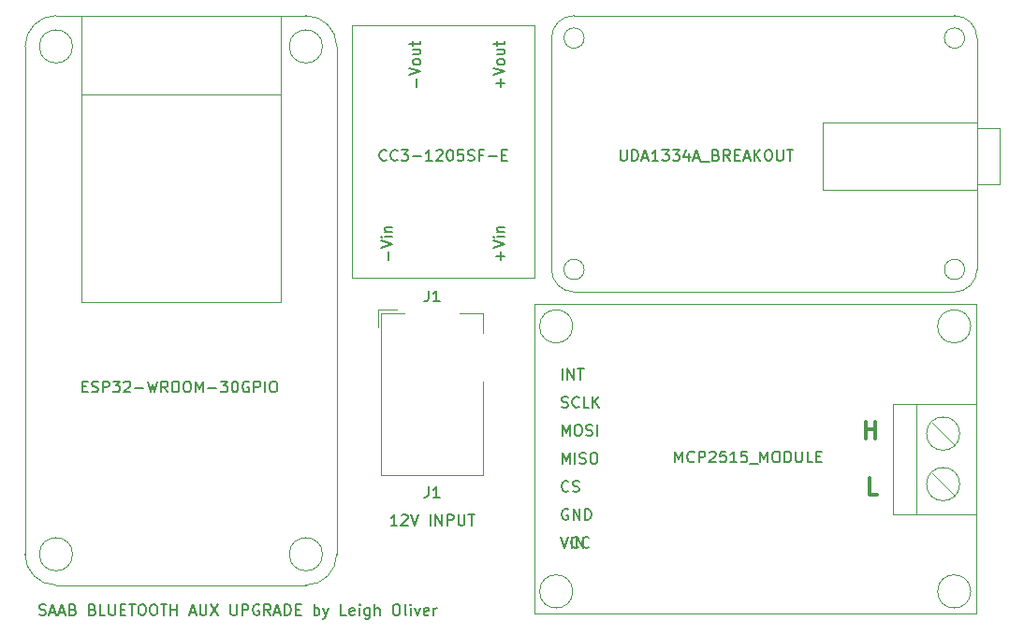
<source format=gbr>
G04 #@! TF.GenerationSoftware,KiCad,Pcbnew,5.1.5-52549c5~86~ubuntu19.04.1*
G04 #@! TF.CreationDate,2020-05-13T19:24:15+10:00*
G04 #@! TF.ProjectId,saab_bluetooth_aux_kit,73616162-5f62-46c7-9565-746f6f74685f,rev?*
G04 #@! TF.SameCoordinates,Original*
G04 #@! TF.FileFunction,Legend,Top*
G04 #@! TF.FilePolarity,Positive*
%FSLAX46Y46*%
G04 Gerber Fmt 4.6, Leading zero omitted, Abs format (unit mm)*
G04 Created by KiCad (PCBNEW 5.1.5-52549c5~86~ubuntu19.04.1) date 2020-05-13 19:24:15*
%MOMM*%
%LPD*%
G04 APERTURE LIST*
%ADD10C,0.150000*%
%ADD11C,0.120000*%
%ADD12C,0.375000*%
G04 APERTURE END LIST*
D10*
X130183333Y-122372380D02*
X129611904Y-122372380D01*
X129897619Y-122372380D02*
X129897619Y-121372380D01*
X129802380Y-121515238D01*
X129707142Y-121610476D01*
X129611904Y-121658095D01*
X130564285Y-121467619D02*
X130611904Y-121420000D01*
X130707142Y-121372380D01*
X130945238Y-121372380D01*
X131040476Y-121420000D01*
X131088095Y-121467619D01*
X131135714Y-121562857D01*
X131135714Y-121658095D01*
X131088095Y-121800952D01*
X130516666Y-122372380D01*
X131135714Y-122372380D01*
X131421428Y-121372380D02*
X131754761Y-122372380D01*
X132088095Y-121372380D01*
X133183333Y-122372380D02*
X133183333Y-121372380D01*
X133659523Y-122372380D02*
X133659523Y-121372380D01*
X134230952Y-122372380D01*
X134230952Y-121372380D01*
X134707142Y-122372380D02*
X134707142Y-121372380D01*
X135088095Y-121372380D01*
X135183333Y-121420000D01*
X135230952Y-121467619D01*
X135278571Y-121562857D01*
X135278571Y-121705714D01*
X135230952Y-121800952D01*
X135183333Y-121848571D01*
X135088095Y-121896190D01*
X134707142Y-121896190D01*
X135707142Y-121372380D02*
X135707142Y-122181904D01*
X135754761Y-122277142D01*
X135802380Y-122324761D01*
X135897619Y-122372380D01*
X136088095Y-122372380D01*
X136183333Y-122324761D01*
X136230952Y-122277142D01*
X136278571Y-122181904D01*
X136278571Y-121372380D01*
X136611904Y-121372380D02*
X137183333Y-121372380D01*
X136897619Y-122372380D02*
X136897619Y-121372380D01*
X97823976Y-130452761D02*
X97966833Y-130500380D01*
X98204928Y-130500380D01*
X98300166Y-130452761D01*
X98347785Y-130405142D01*
X98395404Y-130309904D01*
X98395404Y-130214666D01*
X98347785Y-130119428D01*
X98300166Y-130071809D01*
X98204928Y-130024190D01*
X98014452Y-129976571D01*
X97919214Y-129928952D01*
X97871595Y-129881333D01*
X97823976Y-129786095D01*
X97823976Y-129690857D01*
X97871595Y-129595619D01*
X97919214Y-129548000D01*
X98014452Y-129500380D01*
X98252547Y-129500380D01*
X98395404Y-129548000D01*
X98776357Y-130214666D02*
X99252547Y-130214666D01*
X98681119Y-130500380D02*
X99014452Y-129500380D01*
X99347785Y-130500380D01*
X99633500Y-130214666D02*
X100109690Y-130214666D01*
X99538261Y-130500380D02*
X99871595Y-129500380D01*
X100204928Y-130500380D01*
X100871595Y-129976571D02*
X101014452Y-130024190D01*
X101062071Y-130071809D01*
X101109690Y-130167047D01*
X101109690Y-130309904D01*
X101062071Y-130405142D01*
X101014452Y-130452761D01*
X100919214Y-130500380D01*
X100538261Y-130500380D01*
X100538261Y-129500380D01*
X100871595Y-129500380D01*
X100966833Y-129548000D01*
X101014452Y-129595619D01*
X101062071Y-129690857D01*
X101062071Y-129786095D01*
X101014452Y-129881333D01*
X100966833Y-129928952D01*
X100871595Y-129976571D01*
X100538261Y-129976571D01*
X102633500Y-129976571D02*
X102776357Y-130024190D01*
X102823976Y-130071809D01*
X102871595Y-130167047D01*
X102871595Y-130309904D01*
X102823976Y-130405142D01*
X102776357Y-130452761D01*
X102681119Y-130500380D01*
X102300166Y-130500380D01*
X102300166Y-129500380D01*
X102633500Y-129500380D01*
X102728738Y-129548000D01*
X102776357Y-129595619D01*
X102823976Y-129690857D01*
X102823976Y-129786095D01*
X102776357Y-129881333D01*
X102728738Y-129928952D01*
X102633500Y-129976571D01*
X102300166Y-129976571D01*
X103776357Y-130500380D02*
X103300166Y-130500380D01*
X103300166Y-129500380D01*
X104109690Y-129500380D02*
X104109690Y-130309904D01*
X104157309Y-130405142D01*
X104204928Y-130452761D01*
X104300166Y-130500380D01*
X104490642Y-130500380D01*
X104585880Y-130452761D01*
X104633500Y-130405142D01*
X104681119Y-130309904D01*
X104681119Y-129500380D01*
X105157309Y-129976571D02*
X105490642Y-129976571D01*
X105633500Y-130500380D02*
X105157309Y-130500380D01*
X105157309Y-129500380D01*
X105633500Y-129500380D01*
X105919214Y-129500380D02*
X106490642Y-129500380D01*
X106204928Y-130500380D02*
X106204928Y-129500380D01*
X107014452Y-129500380D02*
X107204928Y-129500380D01*
X107300166Y-129548000D01*
X107395404Y-129643238D01*
X107443023Y-129833714D01*
X107443023Y-130167047D01*
X107395404Y-130357523D01*
X107300166Y-130452761D01*
X107204928Y-130500380D01*
X107014452Y-130500380D01*
X106919214Y-130452761D01*
X106823976Y-130357523D01*
X106776357Y-130167047D01*
X106776357Y-129833714D01*
X106823976Y-129643238D01*
X106919214Y-129548000D01*
X107014452Y-129500380D01*
X108062071Y-129500380D02*
X108252547Y-129500380D01*
X108347785Y-129548000D01*
X108443023Y-129643238D01*
X108490642Y-129833714D01*
X108490642Y-130167047D01*
X108443023Y-130357523D01*
X108347785Y-130452761D01*
X108252547Y-130500380D01*
X108062071Y-130500380D01*
X107966833Y-130452761D01*
X107871595Y-130357523D01*
X107823976Y-130167047D01*
X107823976Y-129833714D01*
X107871595Y-129643238D01*
X107966833Y-129548000D01*
X108062071Y-129500380D01*
X108776357Y-129500380D02*
X109347785Y-129500380D01*
X109062071Y-130500380D02*
X109062071Y-129500380D01*
X109681119Y-130500380D02*
X109681119Y-129500380D01*
X109681119Y-129976571D02*
X110252547Y-129976571D01*
X110252547Y-130500380D02*
X110252547Y-129500380D01*
X111443023Y-130214666D02*
X111919214Y-130214666D01*
X111347785Y-130500380D02*
X111681119Y-129500380D01*
X112014452Y-130500380D01*
X112347785Y-129500380D02*
X112347785Y-130309904D01*
X112395404Y-130405142D01*
X112443023Y-130452761D01*
X112538261Y-130500380D01*
X112728738Y-130500380D01*
X112823976Y-130452761D01*
X112871595Y-130405142D01*
X112919214Y-130309904D01*
X112919214Y-129500380D01*
X113300166Y-129500380D02*
X113966833Y-130500380D01*
X113966833Y-129500380D02*
X113300166Y-130500380D01*
X115109690Y-129500380D02*
X115109690Y-130309904D01*
X115157309Y-130405142D01*
X115204928Y-130452761D01*
X115300166Y-130500380D01*
X115490642Y-130500380D01*
X115585880Y-130452761D01*
X115633500Y-130405142D01*
X115681119Y-130309904D01*
X115681119Y-129500380D01*
X116157309Y-130500380D02*
X116157309Y-129500380D01*
X116538261Y-129500380D01*
X116633500Y-129548000D01*
X116681119Y-129595619D01*
X116728738Y-129690857D01*
X116728738Y-129833714D01*
X116681119Y-129928952D01*
X116633500Y-129976571D01*
X116538261Y-130024190D01*
X116157309Y-130024190D01*
X117681119Y-129548000D02*
X117585880Y-129500380D01*
X117443023Y-129500380D01*
X117300166Y-129548000D01*
X117204928Y-129643238D01*
X117157309Y-129738476D01*
X117109690Y-129928952D01*
X117109690Y-130071809D01*
X117157309Y-130262285D01*
X117204928Y-130357523D01*
X117300166Y-130452761D01*
X117443023Y-130500380D01*
X117538261Y-130500380D01*
X117681119Y-130452761D01*
X117728738Y-130405142D01*
X117728738Y-130071809D01*
X117538261Y-130071809D01*
X118728738Y-130500380D02*
X118395404Y-130024190D01*
X118157309Y-130500380D02*
X118157309Y-129500380D01*
X118538261Y-129500380D01*
X118633500Y-129548000D01*
X118681119Y-129595619D01*
X118728738Y-129690857D01*
X118728738Y-129833714D01*
X118681119Y-129928952D01*
X118633500Y-129976571D01*
X118538261Y-130024190D01*
X118157309Y-130024190D01*
X119109690Y-130214666D02*
X119585880Y-130214666D01*
X119014452Y-130500380D02*
X119347785Y-129500380D01*
X119681119Y-130500380D01*
X120014452Y-130500380D02*
X120014452Y-129500380D01*
X120252547Y-129500380D01*
X120395404Y-129548000D01*
X120490642Y-129643238D01*
X120538261Y-129738476D01*
X120585880Y-129928952D01*
X120585880Y-130071809D01*
X120538261Y-130262285D01*
X120490642Y-130357523D01*
X120395404Y-130452761D01*
X120252547Y-130500380D01*
X120014452Y-130500380D01*
X121014452Y-129976571D02*
X121347785Y-129976571D01*
X121490642Y-130500380D02*
X121014452Y-130500380D01*
X121014452Y-129500380D01*
X121490642Y-129500380D01*
X122681119Y-130500380D02*
X122681119Y-129500380D01*
X122681119Y-129881333D02*
X122776357Y-129833714D01*
X122966833Y-129833714D01*
X123062071Y-129881333D01*
X123109690Y-129928952D01*
X123157309Y-130024190D01*
X123157309Y-130309904D01*
X123109690Y-130405142D01*
X123062071Y-130452761D01*
X122966833Y-130500380D01*
X122776357Y-130500380D01*
X122681119Y-130452761D01*
X123490642Y-129833714D02*
X123728738Y-130500380D01*
X123966833Y-129833714D02*
X123728738Y-130500380D01*
X123633500Y-130738476D01*
X123585880Y-130786095D01*
X123490642Y-130833714D01*
X125585880Y-130500380D02*
X125109690Y-130500380D01*
X125109690Y-129500380D01*
X126300166Y-130452761D02*
X126204928Y-130500380D01*
X126014452Y-130500380D01*
X125919214Y-130452761D01*
X125871595Y-130357523D01*
X125871595Y-129976571D01*
X125919214Y-129881333D01*
X126014452Y-129833714D01*
X126204928Y-129833714D01*
X126300166Y-129881333D01*
X126347785Y-129976571D01*
X126347785Y-130071809D01*
X125871595Y-130167047D01*
X126776357Y-130500380D02*
X126776357Y-129833714D01*
X126776357Y-129500380D02*
X126728738Y-129548000D01*
X126776357Y-129595619D01*
X126823976Y-129548000D01*
X126776357Y-129500380D01*
X126776357Y-129595619D01*
X127681119Y-129833714D02*
X127681119Y-130643238D01*
X127633500Y-130738476D01*
X127585880Y-130786095D01*
X127490642Y-130833714D01*
X127347785Y-130833714D01*
X127252547Y-130786095D01*
X127681119Y-130452761D02*
X127585880Y-130500380D01*
X127395404Y-130500380D01*
X127300166Y-130452761D01*
X127252547Y-130405142D01*
X127204928Y-130309904D01*
X127204928Y-130024190D01*
X127252547Y-129928952D01*
X127300166Y-129881333D01*
X127395404Y-129833714D01*
X127585880Y-129833714D01*
X127681119Y-129881333D01*
X128157309Y-130500380D02*
X128157309Y-129500380D01*
X128585880Y-130500380D02*
X128585880Y-129976571D01*
X128538261Y-129881333D01*
X128443023Y-129833714D01*
X128300166Y-129833714D01*
X128204928Y-129881333D01*
X128157309Y-129928952D01*
X130014452Y-129500380D02*
X130204928Y-129500380D01*
X130300166Y-129548000D01*
X130395404Y-129643238D01*
X130443023Y-129833714D01*
X130443023Y-130167047D01*
X130395404Y-130357523D01*
X130300166Y-130452761D01*
X130204928Y-130500380D01*
X130014452Y-130500380D01*
X129919214Y-130452761D01*
X129823976Y-130357523D01*
X129776357Y-130167047D01*
X129776357Y-129833714D01*
X129823976Y-129643238D01*
X129919214Y-129548000D01*
X130014452Y-129500380D01*
X131014452Y-130500380D02*
X130919214Y-130452761D01*
X130871595Y-130357523D01*
X130871595Y-129500380D01*
X131395404Y-130500380D02*
X131395404Y-129833714D01*
X131395404Y-129500380D02*
X131347785Y-129548000D01*
X131395404Y-129595619D01*
X131443023Y-129548000D01*
X131395404Y-129500380D01*
X131395404Y-129595619D01*
X131776357Y-129833714D02*
X132014452Y-130500380D01*
X132252547Y-129833714D01*
X133014452Y-130452761D02*
X132919214Y-130500380D01*
X132728738Y-130500380D01*
X132633499Y-130452761D01*
X132585880Y-130357523D01*
X132585880Y-129976571D01*
X132633499Y-129881333D01*
X132728738Y-129833714D01*
X132919214Y-129833714D01*
X133014452Y-129881333D01*
X133062071Y-129976571D01*
X133062071Y-130071809D01*
X132585880Y-130167047D01*
X133490642Y-130500380D02*
X133490642Y-129833714D01*
X133490642Y-130024190D02*
X133538261Y-129928952D01*
X133585880Y-129881333D01*
X133681119Y-129833714D01*
X133776357Y-129833714D01*
D11*
X128750000Y-103140000D02*
X130850000Y-103140000D01*
X128450000Y-102840000D02*
X128450000Y-104440000D01*
X130150000Y-102840000D02*
X128450000Y-102840000D01*
X137950000Y-103140000D02*
X137950000Y-104940000D01*
X135850000Y-103140000D02*
X137950000Y-103140000D01*
X128750000Y-117840000D02*
X128750000Y-103140000D01*
X137950000Y-117840000D02*
X128750000Y-117840000D01*
X137950000Y-109340000D02*
X137950000Y-117840000D01*
X178562000Y-117602000D02*
X180594000Y-119634000D01*
X178562000Y-113030000D02*
X180594000Y-115062000D01*
X181060000Y-118618000D02*
G75*
G03X181060000Y-118618000I-1500000J0D01*
G01*
X181060000Y-114046000D02*
G75*
G03X181060000Y-114046000I-1500000J0D01*
G01*
X177165000Y-111379000D02*
X177165000Y-121285000D01*
X175060000Y-121332000D02*
X182499000Y-121332000D01*
X175060000Y-111332000D02*
X182499000Y-111332000D01*
X175060000Y-111332000D02*
X175060000Y-121332000D01*
X182060000Y-128332000D02*
G75*
G03X182060000Y-128332000I-1500000J0D01*
G01*
X146060000Y-128332000D02*
G75*
G03X146060000Y-128332000I-1500000J0D01*
G01*
X182060000Y-104332000D02*
G75*
G03X182060000Y-104332000I-1500000J0D01*
G01*
X146060000Y-104332000D02*
G75*
G03X146060000Y-104332000I-1500000J0D01*
G01*
X182560000Y-130332000D02*
X182560000Y-102332000D01*
X142560000Y-102332000D02*
X142560000Y-130332000D01*
X182560000Y-130332000D02*
X142560000Y-130332000D01*
X142560000Y-102332000D02*
X182560000Y-102332000D01*
X184658000Y-91440000D02*
X182626000Y-91440000D01*
X184658000Y-86360000D02*
X182626000Y-86360000D01*
X184658000Y-86360000D02*
X184658000Y-91440000D01*
X168656000Y-85852000D02*
X168656000Y-91948000D01*
X182626000Y-85852000D02*
X168656000Y-85852000D01*
X182626000Y-91948000D02*
X168656000Y-91948000D01*
X182626000Y-85852000D02*
X182626000Y-91948000D01*
X181509810Y-78232000D02*
G75*
G03X181509810Y-78232000I-915810J0D01*
G01*
X181509810Y-99187000D02*
G75*
G03X181509810Y-99187000I-915810J0D01*
G01*
X147092810Y-99187000D02*
G75*
G03X147092810Y-99187000I-915810J0D01*
G01*
X147092810Y-78232000D02*
G75*
G03X147092810Y-78232000I-915810J0D01*
G01*
X146177000Y-101219000D02*
G75*
G02X144145000Y-99187000I0J2032000D01*
G01*
X182626000Y-99187000D02*
G75*
G02X180594000Y-101219000I-2032000J0D01*
G01*
X180594000Y-76200000D02*
G75*
G02X182626000Y-78232000I0J-2032000D01*
G01*
X144145000Y-78232000D02*
G75*
G02X146177000Y-76200000I2032000J0D01*
G01*
X144145000Y-99187000D02*
X144145000Y-78232000D01*
X180594000Y-101219000D02*
X146177000Y-101219000D01*
X182626000Y-78232000D02*
X182626000Y-99187000D01*
X146177000Y-76200000D02*
X180594000Y-76200000D01*
X99314000Y-127762000D02*
G75*
G02X96520000Y-124968000I0J2794000D01*
G01*
X124714000Y-124968000D02*
G75*
G02X121920000Y-127762000I-2794000J0D01*
G01*
X121920000Y-76200000D02*
G75*
G02X124714000Y-78994000I0J-2794000D01*
G01*
X96520000Y-78994000D02*
G75*
G02X99314000Y-76200000I2794000J0D01*
G01*
X101600000Y-83312000D02*
X119634000Y-83312000D01*
X119634000Y-102108000D02*
X119634000Y-76200000D01*
X101600000Y-76200000D02*
X101600000Y-102108000D01*
X101600000Y-102108000D02*
X119634000Y-102108000D01*
X100814000Y-124968000D02*
G75*
G03X100814000Y-124968000I-1500000J0D01*
G01*
X123420000Y-124968000D02*
G75*
G03X123420000Y-124968000I-1500000J0D01*
G01*
X123420000Y-78994000D02*
G75*
G03X123420000Y-78994000I-1500000J0D01*
G01*
X100814000Y-78994000D02*
G75*
G03X100814000Y-78994000I-1500000J0D01*
G01*
X96520000Y-124968000D02*
X96520000Y-78994000D01*
X121920000Y-127762000D02*
X99314000Y-127762000D01*
X124714000Y-78994000D02*
X124714000Y-124968000D01*
X99314000Y-76200000D02*
X121920000Y-76200000D01*
X126111000Y-99949000D02*
X126111000Y-77089000D01*
X142621000Y-99949000D02*
X126111000Y-99949000D01*
X142621000Y-77089000D02*
X126111000Y-77089000D01*
X142621000Y-99949000D02*
X142621000Y-77089000D01*
D10*
X133016666Y-101092380D02*
X133016666Y-101806666D01*
X132969047Y-101949523D01*
X132873809Y-102044761D01*
X132730952Y-102092380D01*
X132635714Y-102092380D01*
X134016666Y-102092380D02*
X133445238Y-102092380D01*
X133730952Y-102092380D02*
X133730952Y-101092380D01*
X133635714Y-101235238D01*
X133540476Y-101330476D01*
X133445238Y-101378095D01*
X133016666Y-118832380D02*
X133016666Y-119546666D01*
X132969047Y-119689523D01*
X132873809Y-119784761D01*
X132730952Y-119832380D01*
X132635714Y-119832380D01*
X134016666Y-119832380D02*
X133445238Y-119832380D01*
X133730952Y-119832380D02*
X133730952Y-118832380D01*
X133635714Y-118975238D01*
X133540476Y-119070476D01*
X133445238Y-119118095D01*
X155329761Y-116657380D02*
X155329761Y-115657380D01*
X155663095Y-116371666D01*
X155996428Y-115657380D01*
X155996428Y-116657380D01*
X157044047Y-116562142D02*
X156996428Y-116609761D01*
X156853571Y-116657380D01*
X156758333Y-116657380D01*
X156615476Y-116609761D01*
X156520238Y-116514523D01*
X156472619Y-116419285D01*
X156425000Y-116228809D01*
X156425000Y-116085952D01*
X156472619Y-115895476D01*
X156520238Y-115800238D01*
X156615476Y-115705000D01*
X156758333Y-115657380D01*
X156853571Y-115657380D01*
X156996428Y-115705000D01*
X157044047Y-115752619D01*
X157472619Y-116657380D02*
X157472619Y-115657380D01*
X157853571Y-115657380D01*
X157948809Y-115705000D01*
X157996428Y-115752619D01*
X158044047Y-115847857D01*
X158044047Y-115990714D01*
X157996428Y-116085952D01*
X157948809Y-116133571D01*
X157853571Y-116181190D01*
X157472619Y-116181190D01*
X158425000Y-115752619D02*
X158472619Y-115705000D01*
X158567857Y-115657380D01*
X158805952Y-115657380D01*
X158901190Y-115705000D01*
X158948809Y-115752619D01*
X158996428Y-115847857D01*
X158996428Y-115943095D01*
X158948809Y-116085952D01*
X158377380Y-116657380D01*
X158996428Y-116657380D01*
X159901190Y-115657380D02*
X159425000Y-115657380D01*
X159377380Y-116133571D01*
X159425000Y-116085952D01*
X159520238Y-116038333D01*
X159758333Y-116038333D01*
X159853571Y-116085952D01*
X159901190Y-116133571D01*
X159948809Y-116228809D01*
X159948809Y-116466904D01*
X159901190Y-116562142D01*
X159853571Y-116609761D01*
X159758333Y-116657380D01*
X159520238Y-116657380D01*
X159425000Y-116609761D01*
X159377380Y-116562142D01*
X160901190Y-116657380D02*
X160329761Y-116657380D01*
X160615476Y-116657380D02*
X160615476Y-115657380D01*
X160520238Y-115800238D01*
X160425000Y-115895476D01*
X160329761Y-115943095D01*
X161805952Y-115657380D02*
X161329761Y-115657380D01*
X161282142Y-116133571D01*
X161329761Y-116085952D01*
X161425000Y-116038333D01*
X161663095Y-116038333D01*
X161758333Y-116085952D01*
X161805952Y-116133571D01*
X161853571Y-116228809D01*
X161853571Y-116466904D01*
X161805952Y-116562142D01*
X161758333Y-116609761D01*
X161663095Y-116657380D01*
X161425000Y-116657380D01*
X161329761Y-116609761D01*
X161282142Y-116562142D01*
X162044047Y-116752619D02*
X162805952Y-116752619D01*
X163044047Y-116657380D02*
X163044047Y-115657380D01*
X163377380Y-116371666D01*
X163710714Y-115657380D01*
X163710714Y-116657380D01*
X164377380Y-115657380D02*
X164567857Y-115657380D01*
X164663095Y-115705000D01*
X164758333Y-115800238D01*
X164805952Y-115990714D01*
X164805952Y-116324047D01*
X164758333Y-116514523D01*
X164663095Y-116609761D01*
X164567857Y-116657380D01*
X164377380Y-116657380D01*
X164282142Y-116609761D01*
X164186904Y-116514523D01*
X164139285Y-116324047D01*
X164139285Y-115990714D01*
X164186904Y-115800238D01*
X164282142Y-115705000D01*
X164377380Y-115657380D01*
X165234523Y-116657380D02*
X165234523Y-115657380D01*
X165472619Y-115657380D01*
X165615476Y-115705000D01*
X165710714Y-115800238D01*
X165758333Y-115895476D01*
X165805952Y-116085952D01*
X165805952Y-116228809D01*
X165758333Y-116419285D01*
X165710714Y-116514523D01*
X165615476Y-116609761D01*
X165472619Y-116657380D01*
X165234523Y-116657380D01*
X166234523Y-115657380D02*
X166234523Y-116466904D01*
X166282142Y-116562142D01*
X166329761Y-116609761D01*
X166425000Y-116657380D01*
X166615476Y-116657380D01*
X166710714Y-116609761D01*
X166758333Y-116562142D01*
X166805952Y-116466904D01*
X166805952Y-115657380D01*
X167758333Y-116657380D02*
X167282142Y-116657380D01*
X167282142Y-115657380D01*
X168091666Y-116133571D02*
X168425000Y-116133571D01*
X168567857Y-116657380D02*
X168091666Y-116657380D01*
X168091666Y-115657380D01*
X168567857Y-115657380D01*
X144972738Y-123404380D02*
X145306071Y-124404380D01*
X145639404Y-123404380D01*
X145972738Y-124404380D02*
X145972738Y-123404380D01*
X146448928Y-124404380D02*
X146448928Y-123404380D01*
X147020357Y-124404380D01*
X147020357Y-123404380D01*
X145639404Y-120912000D02*
X145544166Y-120864380D01*
X145401309Y-120864380D01*
X145258452Y-120912000D01*
X145163214Y-121007238D01*
X145115595Y-121102476D01*
X145067976Y-121292952D01*
X145067976Y-121435809D01*
X145115595Y-121626285D01*
X145163214Y-121721523D01*
X145258452Y-121816761D01*
X145401309Y-121864380D01*
X145496547Y-121864380D01*
X145639404Y-121816761D01*
X145687023Y-121769142D01*
X145687023Y-121435809D01*
X145496547Y-121435809D01*
X146115595Y-121864380D02*
X146115595Y-120864380D01*
X146687023Y-121864380D01*
X146687023Y-120864380D01*
X147163214Y-121864380D02*
X147163214Y-120864380D01*
X147401309Y-120864380D01*
X147544166Y-120912000D01*
X147639404Y-121007238D01*
X147687023Y-121102476D01*
X147734642Y-121292952D01*
X147734642Y-121435809D01*
X147687023Y-121626285D01*
X147639404Y-121721523D01*
X147544166Y-121816761D01*
X147401309Y-121864380D01*
X147163214Y-121864380D01*
X145687023Y-119229142D02*
X145639404Y-119276761D01*
X145496547Y-119324380D01*
X145401309Y-119324380D01*
X145258452Y-119276761D01*
X145163214Y-119181523D01*
X145115595Y-119086285D01*
X145067976Y-118895809D01*
X145067976Y-118752952D01*
X145115595Y-118562476D01*
X145163214Y-118467238D01*
X145258452Y-118372000D01*
X145401309Y-118324380D01*
X145496547Y-118324380D01*
X145639404Y-118372000D01*
X145687023Y-118419619D01*
X146067976Y-119276761D02*
X146210833Y-119324380D01*
X146448928Y-119324380D01*
X146544166Y-119276761D01*
X146591785Y-119229142D01*
X146639404Y-119133904D01*
X146639404Y-119038666D01*
X146591785Y-118943428D01*
X146544166Y-118895809D01*
X146448928Y-118848190D01*
X146258452Y-118800571D01*
X146163214Y-118752952D01*
X146115595Y-118705333D01*
X146067976Y-118610095D01*
X146067976Y-118514857D01*
X146115595Y-118419619D01*
X146163214Y-118372000D01*
X146258452Y-118324380D01*
X146496547Y-118324380D01*
X146639404Y-118372000D01*
X145115595Y-116784380D02*
X145115595Y-115784380D01*
X145448928Y-116498666D01*
X145782261Y-115784380D01*
X145782261Y-116784380D01*
X146258452Y-116784380D02*
X146258452Y-115784380D01*
X146687023Y-116736761D02*
X146829880Y-116784380D01*
X147067976Y-116784380D01*
X147163214Y-116736761D01*
X147210833Y-116689142D01*
X147258452Y-116593904D01*
X147258452Y-116498666D01*
X147210833Y-116403428D01*
X147163214Y-116355809D01*
X147067976Y-116308190D01*
X146877500Y-116260571D01*
X146782261Y-116212952D01*
X146734642Y-116165333D01*
X146687023Y-116070095D01*
X146687023Y-115974857D01*
X146734642Y-115879619D01*
X146782261Y-115832000D01*
X146877500Y-115784380D01*
X147115595Y-115784380D01*
X147258452Y-115832000D01*
X147877500Y-115784380D02*
X148067976Y-115784380D01*
X148163214Y-115832000D01*
X148258452Y-115927238D01*
X148306071Y-116117714D01*
X148306071Y-116451047D01*
X148258452Y-116641523D01*
X148163214Y-116736761D01*
X148067976Y-116784380D01*
X147877500Y-116784380D01*
X147782261Y-116736761D01*
X147687023Y-116641523D01*
X147639404Y-116451047D01*
X147639404Y-116117714D01*
X147687023Y-115927238D01*
X147782261Y-115832000D01*
X147877500Y-115784380D01*
X145115595Y-114244380D02*
X145115595Y-113244380D01*
X145448928Y-113958666D01*
X145782261Y-113244380D01*
X145782261Y-114244380D01*
X146448928Y-113244380D02*
X146639404Y-113244380D01*
X146734642Y-113292000D01*
X146829880Y-113387238D01*
X146877500Y-113577714D01*
X146877500Y-113911047D01*
X146829880Y-114101523D01*
X146734642Y-114196761D01*
X146639404Y-114244380D01*
X146448928Y-114244380D01*
X146353690Y-114196761D01*
X146258452Y-114101523D01*
X146210833Y-113911047D01*
X146210833Y-113577714D01*
X146258452Y-113387238D01*
X146353690Y-113292000D01*
X146448928Y-113244380D01*
X147258452Y-114196761D02*
X147401309Y-114244380D01*
X147639404Y-114244380D01*
X147734642Y-114196761D01*
X147782261Y-114149142D01*
X147829880Y-114053904D01*
X147829880Y-113958666D01*
X147782261Y-113863428D01*
X147734642Y-113815809D01*
X147639404Y-113768190D01*
X147448928Y-113720571D01*
X147353690Y-113672952D01*
X147306071Y-113625333D01*
X147258452Y-113530095D01*
X147258452Y-113434857D01*
X147306071Y-113339619D01*
X147353690Y-113292000D01*
X147448928Y-113244380D01*
X147687023Y-113244380D01*
X147829880Y-113292000D01*
X148258452Y-114244380D02*
X148258452Y-113244380D01*
X145067976Y-111656761D02*
X145210833Y-111704380D01*
X145448928Y-111704380D01*
X145544166Y-111656761D01*
X145591785Y-111609142D01*
X145639404Y-111513904D01*
X145639404Y-111418666D01*
X145591785Y-111323428D01*
X145544166Y-111275809D01*
X145448928Y-111228190D01*
X145258452Y-111180571D01*
X145163214Y-111132952D01*
X145115595Y-111085333D01*
X145067976Y-110990095D01*
X145067976Y-110894857D01*
X145115595Y-110799619D01*
X145163214Y-110752000D01*
X145258452Y-110704380D01*
X145496547Y-110704380D01*
X145639404Y-110752000D01*
X146639404Y-111609142D02*
X146591785Y-111656761D01*
X146448928Y-111704380D01*
X146353690Y-111704380D01*
X146210833Y-111656761D01*
X146115595Y-111561523D01*
X146067976Y-111466285D01*
X146020357Y-111275809D01*
X146020357Y-111132952D01*
X146067976Y-110942476D01*
X146115595Y-110847238D01*
X146210833Y-110752000D01*
X146353690Y-110704380D01*
X146448928Y-110704380D01*
X146591785Y-110752000D01*
X146639404Y-110799619D01*
X147544166Y-111704380D02*
X147067976Y-111704380D01*
X147067976Y-110704380D01*
X147877500Y-111704380D02*
X147877500Y-110704380D01*
X148448928Y-111704380D02*
X148020357Y-111132952D01*
X148448928Y-110704380D02*
X147877500Y-111275809D01*
X145115595Y-109164380D02*
X145115595Y-108164380D01*
X145591785Y-109164380D02*
X145591785Y-108164380D01*
X146163214Y-109164380D01*
X146163214Y-108164380D01*
X146496547Y-108164380D02*
X147067976Y-108164380D01*
X146782261Y-109164380D02*
X146782261Y-108164380D01*
D12*
X173603392Y-119550571D02*
X172889107Y-119550571D01*
X172889107Y-118050571D01*
X172531964Y-114470571D02*
X172531964Y-112970571D01*
X172531964Y-113684857D02*
X173389107Y-113684857D01*
X173389107Y-114470571D02*
X173389107Y-112970571D01*
D10*
X144972738Y-123404380D02*
X145306071Y-124404380D01*
X145639404Y-123404380D01*
X146544166Y-124309142D02*
X146496547Y-124356761D01*
X146353690Y-124404380D01*
X146258452Y-124404380D01*
X146115595Y-124356761D01*
X146020357Y-124261523D01*
X145972738Y-124166285D01*
X145925119Y-123975809D01*
X145925119Y-123832952D01*
X145972738Y-123642476D01*
X146020357Y-123547238D01*
X146115595Y-123452000D01*
X146258452Y-123404380D01*
X146353690Y-123404380D01*
X146496547Y-123452000D01*
X146544166Y-123499619D01*
X147544166Y-124309142D02*
X147496547Y-124356761D01*
X147353690Y-124404380D01*
X147258452Y-124404380D01*
X147115595Y-124356761D01*
X147020357Y-124261523D01*
X146972738Y-124166285D01*
X146925119Y-123975809D01*
X146925119Y-123832952D01*
X146972738Y-123642476D01*
X147020357Y-123547238D01*
X147115595Y-123452000D01*
X147258452Y-123404380D01*
X147353690Y-123404380D01*
X147496547Y-123452000D01*
X147544166Y-123499619D01*
X150376904Y-88352380D02*
X150376904Y-89161904D01*
X150424523Y-89257142D01*
X150472142Y-89304761D01*
X150567380Y-89352380D01*
X150757857Y-89352380D01*
X150853095Y-89304761D01*
X150900714Y-89257142D01*
X150948333Y-89161904D01*
X150948333Y-88352380D01*
X151424523Y-89352380D02*
X151424523Y-88352380D01*
X151662619Y-88352380D01*
X151805476Y-88400000D01*
X151900714Y-88495238D01*
X151948333Y-88590476D01*
X151995952Y-88780952D01*
X151995952Y-88923809D01*
X151948333Y-89114285D01*
X151900714Y-89209523D01*
X151805476Y-89304761D01*
X151662619Y-89352380D01*
X151424523Y-89352380D01*
X152376904Y-89066666D02*
X152853095Y-89066666D01*
X152281666Y-89352380D02*
X152615000Y-88352380D01*
X152948333Y-89352380D01*
X153805476Y-89352380D02*
X153234047Y-89352380D01*
X153519761Y-89352380D02*
X153519761Y-88352380D01*
X153424523Y-88495238D01*
X153329285Y-88590476D01*
X153234047Y-88638095D01*
X154138809Y-88352380D02*
X154757857Y-88352380D01*
X154424523Y-88733333D01*
X154567380Y-88733333D01*
X154662619Y-88780952D01*
X154710238Y-88828571D01*
X154757857Y-88923809D01*
X154757857Y-89161904D01*
X154710238Y-89257142D01*
X154662619Y-89304761D01*
X154567380Y-89352380D01*
X154281666Y-89352380D01*
X154186428Y-89304761D01*
X154138809Y-89257142D01*
X155091190Y-88352380D02*
X155710238Y-88352380D01*
X155376904Y-88733333D01*
X155519761Y-88733333D01*
X155615000Y-88780952D01*
X155662619Y-88828571D01*
X155710238Y-88923809D01*
X155710238Y-89161904D01*
X155662619Y-89257142D01*
X155615000Y-89304761D01*
X155519761Y-89352380D01*
X155234047Y-89352380D01*
X155138809Y-89304761D01*
X155091190Y-89257142D01*
X156567380Y-88685714D02*
X156567380Y-89352380D01*
X156329285Y-88304761D02*
X156091190Y-89019047D01*
X156710238Y-89019047D01*
X157043571Y-89066666D02*
X157519761Y-89066666D01*
X156948333Y-89352380D02*
X157281666Y-88352380D01*
X157615000Y-89352380D01*
X157710238Y-89447619D02*
X158472142Y-89447619D01*
X159043571Y-88828571D02*
X159186428Y-88876190D01*
X159234047Y-88923809D01*
X159281666Y-89019047D01*
X159281666Y-89161904D01*
X159234047Y-89257142D01*
X159186428Y-89304761D01*
X159091190Y-89352380D01*
X158710238Y-89352380D01*
X158710238Y-88352380D01*
X159043571Y-88352380D01*
X159138809Y-88400000D01*
X159186428Y-88447619D01*
X159234047Y-88542857D01*
X159234047Y-88638095D01*
X159186428Y-88733333D01*
X159138809Y-88780952D01*
X159043571Y-88828571D01*
X158710238Y-88828571D01*
X160281666Y-89352380D02*
X159948333Y-88876190D01*
X159710238Y-89352380D02*
X159710238Y-88352380D01*
X160091190Y-88352380D01*
X160186428Y-88400000D01*
X160234047Y-88447619D01*
X160281666Y-88542857D01*
X160281666Y-88685714D01*
X160234047Y-88780952D01*
X160186428Y-88828571D01*
X160091190Y-88876190D01*
X159710238Y-88876190D01*
X160710238Y-88828571D02*
X161043571Y-88828571D01*
X161186428Y-89352380D02*
X160710238Y-89352380D01*
X160710238Y-88352380D01*
X161186428Y-88352380D01*
X161567380Y-89066666D02*
X162043571Y-89066666D01*
X161472142Y-89352380D02*
X161805476Y-88352380D01*
X162138809Y-89352380D01*
X162472142Y-89352380D02*
X162472142Y-88352380D01*
X163043571Y-89352380D02*
X162615000Y-88780952D01*
X163043571Y-88352380D02*
X162472142Y-88923809D01*
X163662619Y-88352380D02*
X163853095Y-88352380D01*
X163948333Y-88400000D01*
X164043571Y-88495238D01*
X164091190Y-88685714D01*
X164091190Y-89019047D01*
X164043571Y-89209523D01*
X163948333Y-89304761D01*
X163853095Y-89352380D01*
X163662619Y-89352380D01*
X163567380Y-89304761D01*
X163472142Y-89209523D01*
X163424523Y-89019047D01*
X163424523Y-88685714D01*
X163472142Y-88495238D01*
X163567380Y-88400000D01*
X163662619Y-88352380D01*
X164519761Y-88352380D02*
X164519761Y-89161904D01*
X164567380Y-89257142D01*
X164615000Y-89304761D01*
X164710238Y-89352380D01*
X164900714Y-89352380D01*
X164995952Y-89304761D01*
X165043571Y-89257142D01*
X165091190Y-89161904D01*
X165091190Y-88352380D01*
X165424523Y-88352380D02*
X165995952Y-88352380D01*
X165710238Y-89352380D02*
X165710238Y-88352380D01*
X101704285Y-109783571D02*
X102037619Y-109783571D01*
X102180476Y-110307380D02*
X101704285Y-110307380D01*
X101704285Y-109307380D01*
X102180476Y-109307380D01*
X102561428Y-110259761D02*
X102704285Y-110307380D01*
X102942380Y-110307380D01*
X103037619Y-110259761D01*
X103085238Y-110212142D01*
X103132857Y-110116904D01*
X103132857Y-110021666D01*
X103085238Y-109926428D01*
X103037619Y-109878809D01*
X102942380Y-109831190D01*
X102751904Y-109783571D01*
X102656666Y-109735952D01*
X102609047Y-109688333D01*
X102561428Y-109593095D01*
X102561428Y-109497857D01*
X102609047Y-109402619D01*
X102656666Y-109355000D01*
X102751904Y-109307380D01*
X102990000Y-109307380D01*
X103132857Y-109355000D01*
X103561428Y-110307380D02*
X103561428Y-109307380D01*
X103942380Y-109307380D01*
X104037619Y-109355000D01*
X104085238Y-109402619D01*
X104132857Y-109497857D01*
X104132857Y-109640714D01*
X104085238Y-109735952D01*
X104037619Y-109783571D01*
X103942380Y-109831190D01*
X103561428Y-109831190D01*
X104466190Y-109307380D02*
X105085238Y-109307380D01*
X104751904Y-109688333D01*
X104894761Y-109688333D01*
X104990000Y-109735952D01*
X105037619Y-109783571D01*
X105085238Y-109878809D01*
X105085238Y-110116904D01*
X105037619Y-110212142D01*
X104990000Y-110259761D01*
X104894761Y-110307380D01*
X104609047Y-110307380D01*
X104513809Y-110259761D01*
X104466190Y-110212142D01*
X105466190Y-109402619D02*
X105513809Y-109355000D01*
X105609047Y-109307380D01*
X105847142Y-109307380D01*
X105942380Y-109355000D01*
X105990000Y-109402619D01*
X106037619Y-109497857D01*
X106037619Y-109593095D01*
X105990000Y-109735952D01*
X105418571Y-110307380D01*
X106037619Y-110307380D01*
X106466190Y-109926428D02*
X107228095Y-109926428D01*
X107609047Y-109307380D02*
X107847142Y-110307380D01*
X108037619Y-109593095D01*
X108228095Y-110307380D01*
X108466190Y-109307380D01*
X109418571Y-110307380D02*
X109085238Y-109831190D01*
X108847142Y-110307380D02*
X108847142Y-109307380D01*
X109228095Y-109307380D01*
X109323333Y-109355000D01*
X109370952Y-109402619D01*
X109418571Y-109497857D01*
X109418571Y-109640714D01*
X109370952Y-109735952D01*
X109323333Y-109783571D01*
X109228095Y-109831190D01*
X108847142Y-109831190D01*
X110037619Y-109307380D02*
X110228095Y-109307380D01*
X110323333Y-109355000D01*
X110418571Y-109450238D01*
X110466190Y-109640714D01*
X110466190Y-109974047D01*
X110418571Y-110164523D01*
X110323333Y-110259761D01*
X110228095Y-110307380D01*
X110037619Y-110307380D01*
X109942380Y-110259761D01*
X109847142Y-110164523D01*
X109799523Y-109974047D01*
X109799523Y-109640714D01*
X109847142Y-109450238D01*
X109942380Y-109355000D01*
X110037619Y-109307380D01*
X111085238Y-109307380D02*
X111275714Y-109307380D01*
X111370952Y-109355000D01*
X111466190Y-109450238D01*
X111513809Y-109640714D01*
X111513809Y-109974047D01*
X111466190Y-110164523D01*
X111370952Y-110259761D01*
X111275714Y-110307380D01*
X111085238Y-110307380D01*
X110990000Y-110259761D01*
X110894761Y-110164523D01*
X110847142Y-109974047D01*
X110847142Y-109640714D01*
X110894761Y-109450238D01*
X110990000Y-109355000D01*
X111085238Y-109307380D01*
X111942380Y-110307380D02*
X111942380Y-109307380D01*
X112275714Y-110021666D01*
X112609047Y-109307380D01*
X112609047Y-110307380D01*
X113085238Y-109926428D02*
X113847142Y-109926428D01*
X114228095Y-109307380D02*
X114847142Y-109307380D01*
X114513809Y-109688333D01*
X114656666Y-109688333D01*
X114751904Y-109735952D01*
X114799523Y-109783571D01*
X114847142Y-109878809D01*
X114847142Y-110116904D01*
X114799523Y-110212142D01*
X114751904Y-110259761D01*
X114656666Y-110307380D01*
X114370952Y-110307380D01*
X114275714Y-110259761D01*
X114228095Y-110212142D01*
X115466190Y-109307380D02*
X115561428Y-109307380D01*
X115656666Y-109355000D01*
X115704285Y-109402619D01*
X115751904Y-109497857D01*
X115799523Y-109688333D01*
X115799523Y-109926428D01*
X115751904Y-110116904D01*
X115704285Y-110212142D01*
X115656666Y-110259761D01*
X115561428Y-110307380D01*
X115466190Y-110307380D01*
X115370952Y-110259761D01*
X115323333Y-110212142D01*
X115275714Y-110116904D01*
X115228095Y-109926428D01*
X115228095Y-109688333D01*
X115275714Y-109497857D01*
X115323333Y-109402619D01*
X115370952Y-109355000D01*
X115466190Y-109307380D01*
X116751904Y-109355000D02*
X116656666Y-109307380D01*
X116513809Y-109307380D01*
X116370952Y-109355000D01*
X116275714Y-109450238D01*
X116228095Y-109545476D01*
X116180476Y-109735952D01*
X116180476Y-109878809D01*
X116228095Y-110069285D01*
X116275714Y-110164523D01*
X116370952Y-110259761D01*
X116513809Y-110307380D01*
X116609047Y-110307380D01*
X116751904Y-110259761D01*
X116799523Y-110212142D01*
X116799523Y-109878809D01*
X116609047Y-109878809D01*
X117228095Y-110307380D02*
X117228095Y-109307380D01*
X117609047Y-109307380D01*
X117704285Y-109355000D01*
X117751904Y-109402619D01*
X117799523Y-109497857D01*
X117799523Y-109640714D01*
X117751904Y-109735952D01*
X117704285Y-109783571D01*
X117609047Y-109831190D01*
X117228095Y-109831190D01*
X118228095Y-110307380D02*
X118228095Y-109307380D01*
X118894761Y-109307380D02*
X119085238Y-109307380D01*
X119180476Y-109355000D01*
X119275714Y-109450238D01*
X119323333Y-109640714D01*
X119323333Y-109974047D01*
X119275714Y-110164523D01*
X119180476Y-110259761D01*
X119085238Y-110307380D01*
X118894761Y-110307380D01*
X118799523Y-110259761D01*
X118704285Y-110164523D01*
X118656666Y-109974047D01*
X118656666Y-109640714D01*
X118704285Y-109450238D01*
X118799523Y-109355000D01*
X118894761Y-109307380D01*
X129199333Y-89257142D02*
X129151714Y-89304761D01*
X129008857Y-89352380D01*
X128913619Y-89352380D01*
X128770761Y-89304761D01*
X128675523Y-89209523D01*
X128627904Y-89114285D01*
X128580285Y-88923809D01*
X128580285Y-88780952D01*
X128627904Y-88590476D01*
X128675523Y-88495238D01*
X128770761Y-88400000D01*
X128913619Y-88352380D01*
X129008857Y-88352380D01*
X129151714Y-88400000D01*
X129199333Y-88447619D01*
X130199333Y-89257142D02*
X130151714Y-89304761D01*
X130008857Y-89352380D01*
X129913619Y-89352380D01*
X129770761Y-89304761D01*
X129675523Y-89209523D01*
X129627904Y-89114285D01*
X129580285Y-88923809D01*
X129580285Y-88780952D01*
X129627904Y-88590476D01*
X129675523Y-88495238D01*
X129770761Y-88400000D01*
X129913619Y-88352380D01*
X130008857Y-88352380D01*
X130151714Y-88400000D01*
X130199333Y-88447619D01*
X130532666Y-88352380D02*
X131151714Y-88352380D01*
X130818380Y-88733333D01*
X130961238Y-88733333D01*
X131056476Y-88780952D01*
X131104095Y-88828571D01*
X131151714Y-88923809D01*
X131151714Y-89161904D01*
X131104095Y-89257142D01*
X131056476Y-89304761D01*
X130961238Y-89352380D01*
X130675523Y-89352380D01*
X130580285Y-89304761D01*
X130532666Y-89257142D01*
X131580285Y-88971428D02*
X132342190Y-88971428D01*
X133342190Y-89352380D02*
X132770761Y-89352380D01*
X133056476Y-89352380D02*
X133056476Y-88352380D01*
X132961238Y-88495238D01*
X132866000Y-88590476D01*
X132770761Y-88638095D01*
X133723142Y-88447619D02*
X133770761Y-88400000D01*
X133866000Y-88352380D01*
X134104095Y-88352380D01*
X134199333Y-88400000D01*
X134246952Y-88447619D01*
X134294571Y-88542857D01*
X134294571Y-88638095D01*
X134246952Y-88780952D01*
X133675523Y-89352380D01*
X134294571Y-89352380D01*
X134913619Y-88352380D02*
X135008857Y-88352380D01*
X135104095Y-88400000D01*
X135151714Y-88447619D01*
X135199333Y-88542857D01*
X135246952Y-88733333D01*
X135246952Y-88971428D01*
X135199333Y-89161904D01*
X135151714Y-89257142D01*
X135104095Y-89304761D01*
X135008857Y-89352380D01*
X134913619Y-89352380D01*
X134818380Y-89304761D01*
X134770761Y-89257142D01*
X134723142Y-89161904D01*
X134675523Y-88971428D01*
X134675523Y-88733333D01*
X134723142Y-88542857D01*
X134770761Y-88447619D01*
X134818380Y-88400000D01*
X134913619Y-88352380D01*
X136151714Y-88352380D02*
X135675523Y-88352380D01*
X135627904Y-88828571D01*
X135675523Y-88780952D01*
X135770761Y-88733333D01*
X136008857Y-88733333D01*
X136104095Y-88780952D01*
X136151714Y-88828571D01*
X136199333Y-88923809D01*
X136199333Y-89161904D01*
X136151714Y-89257142D01*
X136104095Y-89304761D01*
X136008857Y-89352380D01*
X135770761Y-89352380D01*
X135675523Y-89304761D01*
X135627904Y-89257142D01*
X136580285Y-89304761D02*
X136723142Y-89352380D01*
X136961238Y-89352380D01*
X137056476Y-89304761D01*
X137104095Y-89257142D01*
X137151714Y-89161904D01*
X137151714Y-89066666D01*
X137104095Y-88971428D01*
X137056476Y-88923809D01*
X136961238Y-88876190D01*
X136770761Y-88828571D01*
X136675523Y-88780952D01*
X136627904Y-88733333D01*
X136580285Y-88638095D01*
X136580285Y-88542857D01*
X136627904Y-88447619D01*
X136675523Y-88400000D01*
X136770761Y-88352380D01*
X137008857Y-88352380D01*
X137151714Y-88400000D01*
X137913619Y-88828571D02*
X137580285Y-88828571D01*
X137580285Y-89352380D02*
X137580285Y-88352380D01*
X138056476Y-88352380D01*
X138437428Y-88971428D02*
X139199333Y-88971428D01*
X139675523Y-88828571D02*
X140008857Y-88828571D01*
X140151714Y-89352380D02*
X139675523Y-89352380D01*
X139675523Y-88352380D01*
X140151714Y-88352380D01*
X131897428Y-82694595D02*
X131897428Y-81932690D01*
X131278380Y-81599357D02*
X132278380Y-81266023D01*
X131278380Y-80932690D01*
X132278380Y-80456500D02*
X132230761Y-80551738D01*
X132183142Y-80599357D01*
X132087904Y-80646976D01*
X131802190Y-80646976D01*
X131706952Y-80599357D01*
X131659333Y-80551738D01*
X131611714Y-80456500D01*
X131611714Y-80313642D01*
X131659333Y-80218404D01*
X131706952Y-80170785D01*
X131802190Y-80123166D01*
X132087904Y-80123166D01*
X132183142Y-80170785D01*
X132230761Y-80218404D01*
X132278380Y-80313642D01*
X132278380Y-80456500D01*
X131611714Y-79266023D02*
X132278380Y-79266023D01*
X131611714Y-79694595D02*
X132135523Y-79694595D01*
X132230761Y-79646976D01*
X132278380Y-79551738D01*
X132278380Y-79408880D01*
X132230761Y-79313642D01*
X132183142Y-79266023D01*
X131611714Y-78932690D02*
X131611714Y-78551738D01*
X131278380Y-78789833D02*
X132135523Y-78789833D01*
X132230761Y-78742214D01*
X132278380Y-78646976D01*
X132278380Y-78551738D01*
X139517428Y-82694595D02*
X139517428Y-81932690D01*
X139898380Y-82313642D02*
X139136476Y-82313642D01*
X138898380Y-81599357D02*
X139898380Y-81266023D01*
X138898380Y-80932690D01*
X139898380Y-80456500D02*
X139850761Y-80551738D01*
X139803142Y-80599357D01*
X139707904Y-80646976D01*
X139422190Y-80646976D01*
X139326952Y-80599357D01*
X139279333Y-80551738D01*
X139231714Y-80456500D01*
X139231714Y-80313642D01*
X139279333Y-80218404D01*
X139326952Y-80170785D01*
X139422190Y-80123166D01*
X139707904Y-80123166D01*
X139803142Y-80170785D01*
X139850761Y-80218404D01*
X139898380Y-80313642D01*
X139898380Y-80456500D01*
X139231714Y-79266023D02*
X139898380Y-79266023D01*
X139231714Y-79694595D02*
X139755523Y-79694595D01*
X139850761Y-79646976D01*
X139898380Y-79551738D01*
X139898380Y-79408880D01*
X139850761Y-79313642D01*
X139803142Y-79266023D01*
X139231714Y-78932690D02*
X139231714Y-78551738D01*
X138898380Y-78789833D02*
X139755523Y-78789833D01*
X139850761Y-78742214D01*
X139898380Y-78646976D01*
X139898380Y-78551738D01*
X129357428Y-98343404D02*
X129357428Y-97581500D01*
X128738380Y-97248166D02*
X129738380Y-96914833D01*
X128738380Y-96581500D01*
X129738380Y-96248166D02*
X129071714Y-96248166D01*
X128738380Y-96248166D02*
X128786000Y-96295785D01*
X128833619Y-96248166D01*
X128786000Y-96200547D01*
X128738380Y-96248166D01*
X128833619Y-96248166D01*
X129071714Y-95771976D02*
X129738380Y-95771976D01*
X129166952Y-95771976D02*
X129119333Y-95724357D01*
X129071714Y-95629119D01*
X129071714Y-95486261D01*
X129119333Y-95391023D01*
X129214571Y-95343404D01*
X129738380Y-95343404D01*
X139517428Y-98343404D02*
X139517428Y-97581500D01*
X139898380Y-97962452D02*
X139136476Y-97962452D01*
X138898380Y-97248166D02*
X139898380Y-96914833D01*
X138898380Y-96581500D01*
X139898380Y-96248166D02*
X139231714Y-96248166D01*
X138898380Y-96248166D02*
X138946000Y-96295785D01*
X138993619Y-96248166D01*
X138946000Y-96200547D01*
X138898380Y-96248166D01*
X138993619Y-96248166D01*
X139231714Y-95771976D02*
X139898380Y-95771976D01*
X139326952Y-95771976D02*
X139279333Y-95724357D01*
X139231714Y-95629119D01*
X139231714Y-95486261D01*
X139279333Y-95391023D01*
X139374571Y-95343404D01*
X139898380Y-95343404D01*
M02*

</source>
